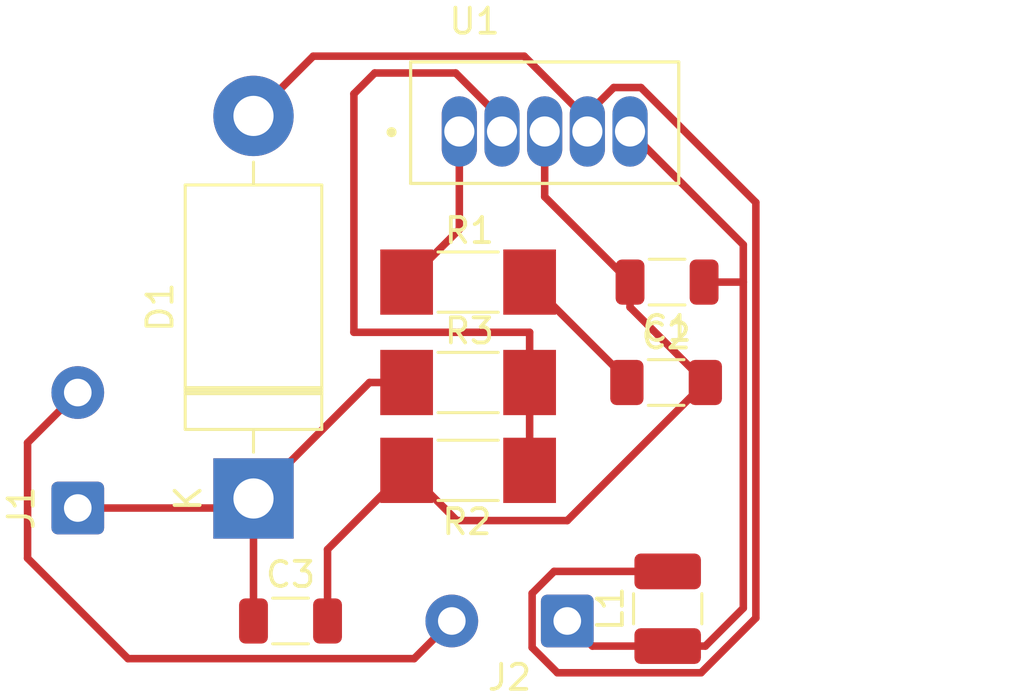
<source format=kicad_pcb>
(kicad_pcb (version 20240108) (generator "pcbnew") (generator_version "8.0")
  (layers (0 "F.Cu" signal) (31 "B.Cu" signal) (34 "B.Paste" user) (35 "F.Paste" user) (36 "B.SilkS" user "B.Silkscreen") (37 "F.SilkS" user "F.Silkscreen") (38 "B.Mask" user) (39 "F.Mask" user) (44 "Edge.Cuts" user))
  (net 0 "")
  (net 1 "GND")
  (net 2 "Net-(J2-Pin_1)")
  (net 3 "Net-(C2-Pad1)")
  (net 4 "Net-(D1-K)")
  (net 5 "Net-(D1-A)")
  (net 6 "Net-(U1-COMP)")
  (net 7 "Net-(U1-FEEDBACK)")
  (footprint "Connector_Wire:SolderWire-0.5sqmm_1x02_P4.6mm_D0.9mm_OD2.1mm" (layer "F.Cu") (at 112 97 90)
    (property "Reference" "J1" (at 0 -2.25 270) (layer "F.SilkS"))
    (property "Value" "Conn_01x01_Socket")
    (pad "1" thru_hole roundrect (at 0 0 90) (size 2.1 2.1) (drill 1.1) (layers "*.Cu" "*.Mask") (roundrect_rratio 0.119048) (net 4 "Net-(D1-K)"))
    (pad "2" thru_hole circle (at 4.6 0 90) (size 2.1 2.1) (drill 1.1) (layers "*.Cu" "*.Mask"))
  )
  (footprint "Capacitor_SMD:C_1206_3216Metric_Pad1.33x1.80mm_HandSolder" (layer "F.Cu") (at 135.4375 92)
    (property "Reference" "C2" (at 0 -1.85 360) (layer "F.SilkS"))
    (property "Value" "0.33u")
    (fp_line (start -0.711252 -0.91) (end 0.711252 -0.91) (stroke (width 0.12)) (layer "F.SilkS"))
    (fp_line (start -0.711252 0.91) (end 0.711252 0.91) (stroke (width 0.12)) (layer "F.SilkS"))
    (pad "1" smd roundrect (at -1.5625 0) (size 1.325 1.8) (layers "F.Cu" "F.Paste" "F.Mask") (roundrect_rratio 0.188679) (net 3 "Net-(C2-Pad1)"))
    (pad "2" smd roundrect (at 1.5625 0) (size 1.325 1.8) (layers "F.Cu" "F.Paste" "F.Mask") (roundrect_rratio 0.188679) (net 1 "GND"))
  )
  (footprint "Diode_THT:D_DO-201AD_P15.24mm_Horizontal" (layer "F.Cu") (at 119 96.62 90)
    (property "Reference" "D1" (at 7.62 -3.72 270) (layer "F.SilkS"))
    (property "Value" "1N5821")
    (fp_line (start 12.49 -2.72) (end 2.75 -2.72) (stroke (width 0.12)) (layer "F.SilkS"))
    (fp_line (start 4.415 -2.72) (end 4.415 2.72) (stroke (width 0.12)) (layer "F.SilkS"))
    (fp_line (start 4.295 -2.72) (end 4.295 2.72) (stroke (width 0.12)) (layer "F.SilkS"))
    (fp_line (start 4.175 -2.72) (end 4.175 2.72) (stroke (width 0.12)) (layer "F.SilkS"))
    (fp_line (start 2.75 -2.72) (end 2.75 2.72) (stroke (width 0.12)) (layer "F.SilkS"))
    (fp_line (start 13.4 0) (end 12.49 0) (stroke (width 0.12)) (layer "F.SilkS"))
    (fp_line (start 1.84 0) (end 2.75 0) (stroke (width 0.12)) (layer "F.SilkS"))
    (fp_line (start 12.49 2.72) (end 12.49 -2.72) (stroke (width 0.12)) (layer "F.SilkS"))
    (fp_line (start 2.75 2.72) (end 12.49 2.72) (stroke (width 0.12)) (layer "F.SilkS"))
    (fp_text user "K" (at 0 -2.6 270) (layer "F.SilkS"))
    (pad "1" thru_hole rect (at 0 0 90) (size 3.2 3.2) (drill 1.6) (layers "*.Cu" "*.Mask") (net 4 "Net-(D1-K)"))
    (pad "2" thru_hole oval (at 15.24 0 90) (size 3.2 3.2) (drill 1.6) (layers "*.Cu" "*.Mask") (net 5 "Net-(D1-A)"))
  )
  (footprint "Capacitor_SMD:C_1206_3216Metric" (layer "F.Cu") (at 120.475 101.5)
    (property "Reference" "C3" (at 0 -1.85 0) (layer "F.SilkS"))
    (property "Value" "680u")
    (fp_line (start -0.711252 -0.91) (end 0.711252 -0.91) (stroke (width 0.12)) (layer "F.SilkS"))
    (fp_line (start -0.711252 0.91) (end 0.711252 0.91) (stroke (width 0.12)) (layer "F.SilkS"))
    (pad "1" smd roundrect (at -1.475 0) (size 1.15 1.8) (layers "F.Cu" "F.Paste" "F.Mask") (roundrect_rratio 0.217391) (net 4 "Net-(D1-K)"))
    (pad "2" smd roundrect (at 1.475 0) (size 1.15 1.8) (layers "F.Cu" "F.Paste" "F.Mask") (roundrect_rratio 0.217391) (net 1 "GND"))
  )
  (footprint "Capacitor_SMD:C_1206_3216Metric" (layer "F.Cu") (at 135.475 88 180)
    (property "Reference" "C1" (at 0 -1.85 180) (layer "F.SilkS"))
    (property "Value" "0.1u")
    (fp_line (start -0.711252 0.91) (end 0.711252 0.91) (stroke (width 0.12)) (layer "F.SilkS"))
    (fp_line (start -0.711252 -0.91) (end 0.711252 -0.91) (stroke (width 0.12)) (layer "F.SilkS"))
    (pad "1" smd roundrect (at -1.475 0 180) (size 1.15 1.8) (layers "F.Cu" "F.Paste" "F.Mask") (roundrect_rratio 0.217391) (net 2 "Net-(J2-Pin_1)"))
    (pad "2" smd roundrect (at 1.475 0 180) (size 1.15 1.8) (layers "F.Cu" "F.Paste" "F.Mask") (roundrect_rratio 0.217391) (net 1 "GND"))
  )
  (footprint "LM2577T-ADJ_NOPB:VREG_LM2577T-ADJ_NOPB" (layer "F.Cu") (at 127.2 82)
    (property "Reference" "U1" (at 0.60563 -4.38938 0) (layer "F.SilkS"))
    (property "Value" "LM2577T-ADJ_NOPB")
    (fp_line (start -1.94 -2.77) (end -1.94 2.07) (stroke (width 0.127)) (layer "F.SilkS"))
    (fp_line (start -1.94 -2.77) (end 8.74 -2.77) (stroke (width 0.127)) (layer "F.SilkS"))
    (fp_line (start 8.74 2.07) (end -1.94 2.07) (stroke (width 0.127)) (layer "F.SilkS"))
    (fp_line (start 8.74 2.07) (end 8.74 -2.77) (stroke (width 0.127)) (layer "F.SilkS"))
    (fp_circle (center -2.7 0.0275) (end -2.6 0.0275) (stroke (width 0.2)) (fill none) (layer "F.SilkS"))
    (pad "1" thru_hole oval (at 0 0) (size 1.4 2.8) (drill 1.2) (layers "*.Cu" "*.Mask") (net 6 "Net-(U1-COMP)"))
    (pad "2" thru_hole oval (at 1.7 0) (size 1.4 2.8) (drill 1.2) (layers "*.Cu" "*.Mask") (net 7 "Net-(U1-FEEDBACK)"))
    (pad "3" thru_hole oval (at 3.4 0) (size 1.4 2.8) (drill 1.2) (layers "*.Cu" "*.Mask") (net 1 "GND"))
    (pad "4" thru_hole oval (at 5.1 0) (size 1.4 2.8) (drill 1.2) (layers "*.Cu" "*.Mask") (net 5 "Net-(D1-A)"))
    (pad "5" thru_hole oval (at 6.8 0) (size 1.4 2.8) (drill 1.2) (layers "*.Cu" "*.Mask") (net 2 "Net-(J2-Pin_1)"))
  )
  (footprint "Connector_Wire:SolderWire-0.5sqmm_1x02_P4.6mm_D0.9mm_OD2.1mm" (layer "F.Cu") (at 131.5 101.5 180)
    (property "Reference" "J2" (at 2.3 -2.25 180) (layer "F.SilkS"))
    (property "Value" "Conn_01x01_Socket")
    (pad "1" thru_hole roundrect (at 0 0 180) (size 2.1 2.1) (drill 1.1) (layers "*.Cu" "*.Mask") (roundrect_rratio 0.119048) (net 2 "Net-(J2-Pin_1)"))
    (pad "2" thru_hole circle (at 4.6 0 180) (size 2.1 2.1) (drill 1.1) (layers "*.Cu" "*.Mask"))
  )
  (footprint "Inductor_SMD:L_1210_3225Metric_Pad1.42x2.65mm_HandSolder" (layer "F.Cu") (at 135.5 101.0125 90)
    (property "Reference" "L1" (at 0 -2.28 270) (layer "F.SilkS"))
    (property "Value" "100u")
    (fp_line (start -0.602064 -1.36) (end 0.602064 -1.36) (stroke (width 0.12)) (layer "F.SilkS"))
    (fp_line (start -0.602064 1.36) (end 0.602064 1.36) (stroke (width 0.12)) (layer "F.SilkS"))
    (pad "1" smd roundrect (at -1.4875 0 90) (size 1.425 2.65) (layers "F.Cu" "F.Paste" "F.Mask") (roundrect_rratio 0.175439) (net 2 "Net-(J2-Pin_1)"))
    (pad "2" smd roundrect (at 1.4875 0 90) (size 1.425 2.65) (layers "F.Cu" "F.Paste" "F.Mask") (roundrect_rratio 0.175439) (net 5 "Net-(D1-A)"))
  )
  (footprint "Resistor_SMD:R_MELF_MMB-0207" (layer "F.Cu") (at 127.55 88)
    (property "Reference" "R1" (at 0.05 -2.05 0) (layer "F.SilkS"))
    (property "Value" "2.2k")
    (fp_line (start 1.2 -1.2) (end -1.2 -1.2) (stroke (width 0.12)) (layer "F.SilkS"))
    (fp_line (start 1.2 1.2) (end -1.2 1.2) (stroke (width 0.12)) (layer "F.SilkS"))
    (pad "1" smd rect (at -2.45 0) (size 2.1 2.6) (layers "F.Cu" "F.Paste" "F.Mask") (net 6 "Net-(U1-COMP)"))
    (pad "2" smd rect (at 2.45 0) (size 2.1 2.6) (layers "F.Cu" "F.Paste" "F.Mask") (net 3 "Net-(C2-Pad1)"))
  )
  (footprint "Resistor_SMD:R_MELF_MMB-0207" (layer "F.Cu") (at 127.55 92)
    (property "Reference" "R3" (at 0.05 -2.05 0) (layer "F.SilkS"))
    (property "Value" "17.4k")
    (fp_line (start 1.2 -1.2) (end -1.2 -1.2) (stroke (width 0.12)) (layer "F.SilkS"))
    (fp_line (start 1.2 1.2) (end -1.2 1.2) (stroke (width 0.12)) (layer "F.SilkS"))
    (pad "1" smd rect (at -2.45 0) (size 2.1 2.6) (layers "F.Cu" "F.Paste" "F.Mask") (net 4 "Net-(D1-K)"))
    (pad "2" smd rect (at 2.45 0) (size 2.1 2.6) (layers "F.Cu" "F.Paste" "F.Mask") (net 7 "Net-(U1-FEEDBACK)"))
  )
  (footprint "Resistor_SMD:R_MELF_MMB-0207" (layer "F.Cu") (at 127.55 95.5 180)
    (property "Reference" "R2" (at 0.05 -2.05 180) (layer "F.SilkS"))
    (property "Value" "2k")
    (fp_line (start 1.2 1.2) (end -1.2 1.2) (stroke (width 0.12)) (layer "F.SilkS"))
    (fp_line (start 1.2 -1.2) (end -1.2 -1.2) (stroke (width 0.12)) (layer "F.SilkS"))
    (pad "1" smd rect (at -2.45 0 180) (size 2.1 2.6) (layers "F.Cu" "F.Paste" "F.Mask") (net 7 "Net-(U1-FEEDBACK)"))
    (pad "2" smd rect (at 2.45 0 180) (size 2.1 2.6) (layers "F.Cu" "F.Paste" "F.Mask") (net 1 "GND"))
  )
  (segment (start 125.4 103) (end 114 103) (width 0.3) (layer "F.Cu") (net 0))
  (segment (start 114 103) (end 110 99) (width 0.3) (layer "F.Cu") (net 0))
  (segment (start 110 94.4) (end 112 92.4) (width 0.3) (layer "F.Cu") (net 0))
  (segment (start 126.9 101.5) (end 125.4 103) (width 0.3) (layer "F.Cu") (net 0))
  (segment (start 110 99) (end 110 94.4) (width 0.3) (layer "F.Cu") (net 0))
  (segment (start 127.1 97.5) (end 125.1 95.5) (width 0.3) (layer "F.Cu") (net 1))
  (segment (start 125.1 96.5) (end 125.5 96.5) (width 0.3) (layer "F.Cu") (net 1))
  (segment (start 134 88) (end 134 88.5) (width 0.3) (layer "F.Cu") (net 1))
  (segment (start 121.95 98.65) (end 125.1 95.5) (width 0.3) (layer "F.Cu") (net 1))
  (segment (start 134 88) (end 130.6 84.6) (width 0.3) (layer "F.Cu") (net 1))
  (segment (start 130.6 84.6) (end 130.6 82) (width 0.3) (layer "F.Cu") (net 1))
  (segment (start 131.5 97.5) (end 127.1 97.5) (width 0.3) (layer "F.Cu") (net 1))
  (segment (start 134 88.5) (end 133.875 88.625) (width 0.3) (layer "F.Cu") (net 1))
  (segment (start 137 92) (end 134 89) (width 0.3) (layer "F.Cu") (net 1))
  (segment (start 121.95 101.5) (end 121.95 98.65) (width 0.3) (layer "F.Cu") (net 1))
  (segment (start 137 92) (end 131.5 97.5) (width 0.3) (layer "F.Cu") (net 1))
  (segment (start 134 89) (end 134 88) (width 0.3) (layer "F.Cu") (net 1))
  (segment (start 138.5125 100.9875) (end 138.5125 88) (width 0.3) (layer "F.Cu") (net 2))
  (segment (start 137 102.5) (end 138.5125 100.9875) (width 0.3) (layer "F.Cu") (net 2))
  (segment (start 131.5 101.5) (end 132.5 102.5) (width 0.3) (layer "F.Cu") (net 2))
  (segment (start 132.5 102.5) (end 135.5 102.5) (width 0.3) (layer "F.Cu") (net 2))
  (segment (start 138.5125 86.5125) (end 134 82) (width 0.3) (layer "F.Cu") (net 2))
  (segment (start 138.5125 88) (end 138.5125 86.5125) (width 0.3) (layer "F.Cu") (net 2))
  (segment (start 135.5 102.5) (end 137 102.5) (width 0.3) (layer "F.Cu") (net 2))
  (segment (start 136.95 88) (end 138.5125 88) (width 0.3) (layer "F.Cu") (net 2))
  (segment (start 130 88) (end 133.875 91.875) (width 0.3) (layer "F.Cu") (net 3))
  (segment (start 133.875 92.625) (end 133.875 92) (width 0.3) (layer "F.Cu") (net 3))
  (segment (start 133.875 91.875) (end 133.875 92) (width 0.3) (layer "F.Cu") (net 3))
  (segment (start 119 101.5) (end 119 96.62) (width 0.3) (layer "F.Cu") (net 4))
  (segment (start 112 97) (end 118.62 97) (width 0.3) (layer "F.Cu") (net 4))
  (segment (start 119 96.62) (end 123.62 92) (width 0.3) (layer "F.Cu") (net 4))
  (segment (start 123.62 92) (end 124.9575 92) (width 0.3) (layer "F.Cu") (net 4))
  (segment (start 118.62 97) (end 119 96.62) (width 0.3) (layer "F.Cu") (net 4))
  (segment (start 132.3 82) (end 132.3 81.3) (width 0.3) (layer "F.Cu") (net 5))
  (segment (start 130.1 100.4) (end 130.975 99.525) (width 0.3) (layer "F.Cu") (net 5))
  (segment (start 136.830456 103.5625) (end 131.107044 103.5625) (width 0.3) (layer "F.Cu") (net 5))
  (segment (start 132.3 81.3) (end 133.35 80.25) (width 0.3) (layer "F.Cu") (net 5))
  (segment (start 130.1 102.555456) (end 130.1 100.4) (width 0.3) (layer "F.Cu") (net 5))
  (segment (start 132.3 82.7) (end 132.3 82) (width 0.3) (layer "F.Cu") (net 5))
  (segment (start 129.784924 79) (end 121.38 79) (width 0.3) (layer "F.Cu") (net 5))
  (segment (start 134.434924 80.25) (end 139.0125 84.827576) (width 0.3) (layer "F.Cu") (net 5))
  (segment (start 132.3 81.515076) (end 129.784924 79) (width 0.3) (layer "F.Cu") (net 5))
  (segment (start 121.38 79) (end 119 81.38) (width 0.3) (layer "F.Cu") (net 5))
  (segment (start 132.3 82) (end 132.3 81.515076) (width 0.3) (layer "F.Cu") (net 5))
  (segment (start 131.107044 103.5625) (end 130.1 102.555456) (width 0.3) (layer "F.Cu") (net 5))
  (segment (start 139.0125 84.827576) (end 139.0125 101.380456) (width 0.3) (layer "F.Cu") (net 5))
  (segment (start 130.975 99.525) (end 135.5 99.525) (width 0.3) (layer "F.Cu") (net 5))
  (segment (start 139.0125 101.380456) (end 136.830456 103.5625) (width 0.3) (layer "F.Cu") (net 5))
  (segment (start 133.35 80.25) (end 134.434924 80.25) (width 0.3) (layer "F.Cu") (net 5))
  (segment (start 127.2 82) (end 127.2 85.9) (width 0.3) (layer "F.Cu") (net 6))
  (segment (start 127.2 85.9) (end 125.1 88) (width 0.3) (layer "F.Cu") (net 6))
  (segment (start 130 90) (end 123 90) (width 0.3) (layer "F.Cu") (net 7))
  (segment (start 130 92) (end 130 90) (width 0.3) (layer "F.Cu") (net 7))
  (segment (start 128.5 82.4) (end 128.9 82) (width 0.3) (layer "F.Cu") (net 7))
  (segment (start 123.83 79.67) (end 127.054924 79.67) (width 0.3) (layer "F.Cu") (net 7))
  (segment (start 130 96.5) (end 130 92) (width 0.3) (layer "F.Cu") (net 7))
  (segment (start 123 90) (end 123 80.5) (width 0.3) (layer "F.Cu") (net 7))
  (segment (start 128.9 81.515076) (end 128.9 82) (width 0.3) (layer "F.Cu") (net 7))
  (segment (start 123 80.5) (end 123.83 79.67) (width 0.3) (layer "F.Cu") (net 7))
  (segment (start 127.054924 79.67) (end 128.9 81.515076) (width 0.3) (layer "F.Cu") (net 7))
)
</source>
